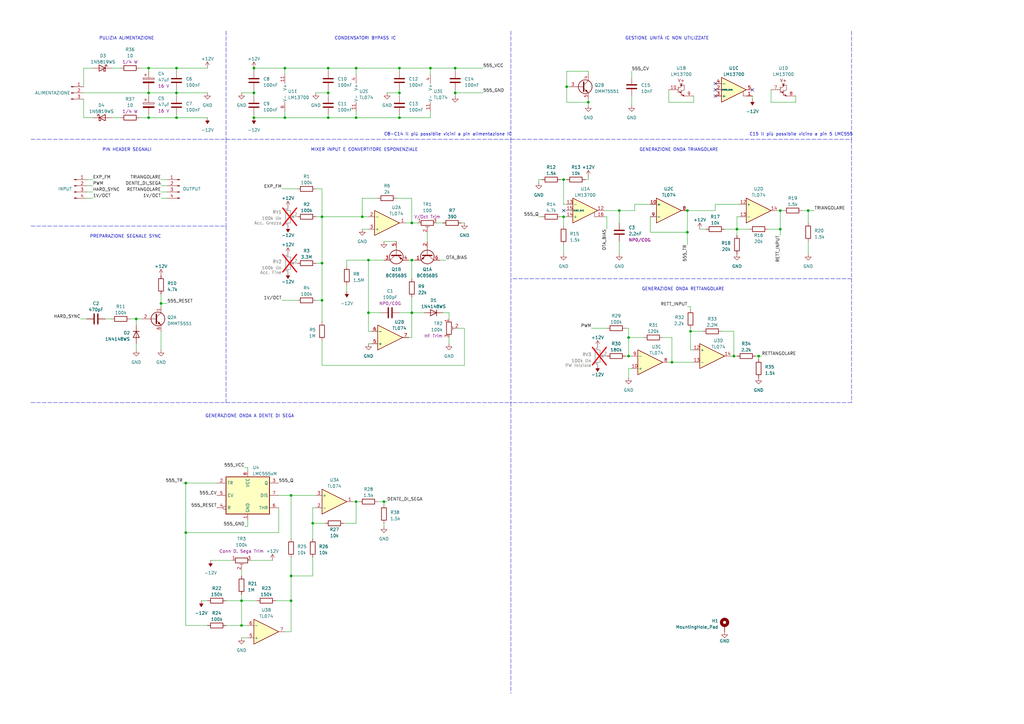
<source format=kicad_sch>
(kicad_sch (version 20230121) (generator eeschema)
  (paper "A3")
  (title_block (title "OSCILLATORE") (date "2023-03-05") (rev "2"))
  (junction (at 302.26 93.98))
  (junction (at 72.39 27.94))
  (junction (at 60.96 38.1))
  (junction (at 300.99 146.05))
  (junction (at 146.05 27.94))
  (junction (at 257.81 138.43))
  (junction (at 311.15 146.05))
  (junction (at 132.08 123.19))
  (junction (at 66.04 124.46))
  (junction (at 55.88 130.81))
  (junction (at 119.38 203.2))
  (junction (at 99.06 246.38))
  (junction (at 134.62 27.94))
  (junction (at 76.2 198.12))
  (junction (at 275.59 148.59))
  (junction (at 283.21 135.89))
  (junction (at 320.04 86.36))
  (junction (at 104.14 38.1))
  (junction (at 151.13 106.68))
  (junction (at 119.38 246.38))
  (junction (at 320.04 93.98))
  (junction (at 60.96 48.26))
  (junction (at 134.62 38.1))
  (junction (at 231.14 88.9))
  (junction (at 168.91 106.68))
  (junction (at 331.47 86.36))
  (junction (at 232.41 35.56))
  (junction (at 119.38 236.22))
  (junction (at 257.81 146.05))
  (junction (at 231.14 73.66))
  (junction (at 241.3 41.91))
  (junction (at 146.05 48.26))
  (junction (at 163.83 38.1))
  (junction (at 281.94 86.36))
  (junction (at 168.91 128.27))
  (junction (at 128.27 214.63))
  (junction (at 60.96 27.94))
  (junction (at 116.84 48.26))
  (junction (at 132.08 107.95))
  (junction (at 163.83 48.26))
  (junction (at 116.84 27.94))
  (junction (at 176.53 27.94))
  (junction (at 157.48 205.74))
  (junction (at 186.69 27.94))
  (junction (at 72.39 48.26))
  (junction (at 186.69 38.1))
  (junction (at 104.14 27.94))
  (junction (at 148.59 88.9))
  (junction (at 104.14 48.26))
  (junction (at 72.39 38.1))
  (junction (at 151.13 128.27))
  (junction (at 146.05 205.74))
  (junction (at 281.94 95.25))
  (junction (at 163.83 27.94))
  (junction (at 76.2 218.44))
  (junction (at 99.06 256.54))
  (junction (at 132.08 88.9))
  (junction (at 254 86.36))
  (junction (at 168.91 91.44))
  (junction (at 134.62 48.26))
  (no_connect (at 293.37 39.37))
  (no_connect (at 308.61 36.83))
  (no_connect (at 293.37 36.83))
  (no_connect (at 231.14 86.36))
  (no_connect (at 293.37 34.29))
  (wire (pts (xy 166.37 91.44) (xy 168.91 91.44)))
  (wire (pts (xy 99.06 246.38) (xy 99.06 256.54)))
  (wire (pts (xy 220.98 74.93) (xy 220.98 73.66)))
  (wire (pts (xy 157.48 214.63) (xy 157.48 215.9)))
  (wire (pts (xy 152.4 135.89) (xy 151.13 135.89)))
  (wire (pts (xy 119.38 203.2) (xy 119.38 220.98)))
  (wire (pts (xy 231.14 104.14) (xy 231.14 100.33)))
  (wire (pts (xy 99.06 38.1) (xy 104.14 38.1)))
  (wire (pts (xy 320.04 93.98) (xy 320.04 96.52)))
  (wire (pts (xy 76.2 218.44) (xy 114.3 218.44)))
  (wire (pts (xy 241.3 29.21) (xy 241.3 30.48)))
  (wire (pts (xy 129.54 77.47) (xy 132.08 77.47)))
  (wire (pts (xy 104.14 29.21) (xy 104.14 27.94)))
  (wire (pts (xy 45.72 48.26) (xy 49.53 48.26)))
  (wire (pts (xy 151.13 128.27) (xy 156.21 128.27)))
  (wire (pts (xy 60.96 27.94) (xy 72.39 27.94)))
  (wire (pts (xy 287.02 93.98) (xy 289.56 93.98)))
  (wire (pts (xy 241.3 41.91) (xy 241.3 40.64)))
  (wire (pts (xy 114.3 203.2) (xy 119.38 203.2)))
  (wire (pts (xy 293.37 86.36) (xy 293.37 83.82)))
  (wire (pts (xy 176.53 45.72) (xy 176.53 48.26)))
  (wire (pts (xy 190.5 149.86) (xy 132.08 149.86)))
  (wire (pts (xy 256.54 134.62) (xy 257.81 134.62)))
  (wire (pts (xy 281.94 95.25) (xy 281.94 100.33)))
  (wire (pts (xy 231.14 73.66) (xy 231.14 83.82)))
  (wire (pts (xy 257.81 151.13) (xy 257.81 154.94)))
  (wire (pts (xy 43.18 130.81) (xy 45.72 130.81)))
  (wire (pts (xy 241.3 43.18) (xy 241.3 41.91)))
  (wire (pts (xy 281.94 86.36) (xy 293.37 86.36)))
  (wire (pts (xy 232.41 41.91) (xy 232.41 35.56)))
  (wire (pts (xy 128.27 214.63) (xy 128.27 208.28)))
  (polyline (pts (xy 92.71 92.71) (xy 92.71 165.1)) (stroke (width 0) (type dash)))
  (wire (pts (xy 38.1 73.66) (xy 35.56 73.66)))
  (wire (pts (xy 132.08 107.95) (xy 132.08 123.19)))
  (wire (pts (xy 146.05 45.72) (xy 146.05 48.26)))
  (wire (pts (xy 116.84 45.72) (xy 116.84 48.26)))
  (wire (pts (xy 66.04 143.51) (xy 66.04 135.89)))
  (wire (pts (xy 266.7 95.25) (xy 266.7 88.9)))
  (wire (pts (xy 281.94 95.25) (xy 266.7 95.25)))
  (wire (pts (xy 99.06 233.68) (xy 99.06 236.22)))
  (wire (pts (xy 220.98 88.9) (xy 222.25 88.9)))
  (wire (pts (xy 326.39 39.37) (xy 326.39 41.91)))
  (wire (pts (xy 158.75 38.1) (xy 163.83 38.1)))
  (wire (pts (xy 170.18 106.68) (xy 168.91 106.68)))
  (wire (pts (xy 129.54 123.19) (xy 132.08 123.19)))
  (wire (pts (xy 116.84 27.94) (xy 134.62 27.94)))
  (wire (pts (xy 72.39 27.94) (xy 85.09 27.94)))
  (wire (pts (xy 119.38 203.2) (xy 129.54 203.2)))
  (wire (pts (xy 168.91 106.68) (xy 167.64 106.68)))
  (wire (pts (xy 283.21 134.62) (xy 283.21 135.89)))
  (polyline (pts (xy 349.25 165.1) (xy 209.55 165.1)) (stroke (width 0) (type dash)))
  (wire (pts (xy 72.39 38.1) (xy 85.09 38.1)))
  (wire (pts (xy 154.94 205.74) (xy 157.48 205.74)))
  (wire (pts (xy 60.96 36.83) (xy 60.96 38.1)))
  (wire (pts (xy 128.27 228.6) (xy 128.27 236.22)))
  (wire (pts (xy 142.24 106.68) (xy 142.24 109.22)))
  (wire (pts (xy 168.91 138.43) (xy 168.91 128.27)))
  (polyline (pts (xy 92.71 12.7) (xy 92.71 57.15)) (stroke (width 0) (type dash)))
  (wire (pts (xy 257.81 146.05) (xy 256.54 146.05)))
  (wire (pts (xy 158.75 205.74) (xy 157.48 205.74)))
  (wire (pts (xy 293.37 83.82) (xy 303.53 83.82)))
  (wire (pts (xy 274.32 41.91) (xy 274.32 36.83)))
  (wire (pts (xy 190.5 91.44) (xy 189.23 91.44)))
  (wire (pts (xy 38.1 78.74) (xy 35.56 78.74)))
  (wire (pts (xy 134.62 48.26) (xy 146.05 48.26)))
  (wire (pts (xy 115.57 123.19) (xy 121.92 123.19)))
  (wire (pts (xy 34.29 35.56) (xy 34.29 27.94)))
  (wire (pts (xy 132.08 123.19) (xy 132.08 132.08)))
  (wire (pts (xy 55.88 133.35) (xy 55.88 130.81)))
  (wire (pts (xy 163.83 36.83) (xy 163.83 38.1)))
  (wire (pts (xy 82.55 246.38) (xy 85.09 246.38)))
  (wire (pts (xy 92.71 256.54) (xy 99.06 256.54)))
  (wire (pts (xy 162.56 81.28) (xy 168.91 81.28)))
  (wire (pts (xy 232.41 35.56) (xy 233.68 35.56)))
  (wire (pts (xy 168.91 91.44) (xy 171.45 91.44)))
  (wire (pts (xy 134.62 27.94) (xy 146.05 27.94)))
  (wire (pts (xy 128.27 236.22) (xy 119.38 236.22)))
  (wire (pts (xy 68.58 73.66) (xy 66.04 73.66)))
  (wire (pts (xy 309.88 146.05) (xy 311.15 146.05)))
  (wire (pts (xy 232.41 29.21) (xy 241.3 29.21)))
  (wire (pts (xy 231.14 88.9) (xy 231.14 92.71)))
  (wire (pts (xy 311.15 146.05) (xy 312.42 146.05)))
  (wire (pts (xy 57.15 27.94) (xy 60.96 27.94)))
  (wire (pts (xy 281.94 86.36) (xy 281.94 95.25)))
  (wire (pts (xy 68.58 124.46) (xy 66.04 124.46)))
  (wire (pts (xy 275.59 148.59) (xy 284.48 148.59)))
  (polyline (pts (xy 209.55 165.1) (xy 209.55 284.48)) (stroke (width 0) (type dash)))
  (wire (pts (xy 76.2 256.54) (xy 85.09 256.54)))
  (wire (pts (xy 281.94 125.73) (xy 283.21 125.73)))
  (wire (pts (xy 328.93 86.36) (xy 331.47 86.36)))
  (wire (pts (xy 140.97 214.63) (xy 146.05 214.63)))
  (wire (pts (xy 163.83 27.94) (xy 163.83 29.21)))
  (polyline (pts (xy 92.71 57.15) (xy 92.71 92.71)) (stroke (width 0) (type dash)))
  (wire (pts (xy 34.29 40.64) (xy 34.29 48.26)))
  (wire (pts (xy 72.39 48.26) (xy 85.09 48.26)))
  (wire (pts (xy 99.06 256.54) (xy 101.6 256.54)))
  (wire (pts (xy 104.14 46.99) (xy 104.14 48.26)))
  (wire (pts (xy 186.69 38.1) (xy 186.69 39.37)))
  (wire (pts (xy 115.57 77.47) (xy 121.92 77.47)))
  (polyline (pts (xy 349.25 114.3) (xy 209.55 114.3)) (stroke (width 0) (type dash)))
  (wire (pts (xy 76.2 218.44) (xy 76.2 256.54)))
  (wire (pts (xy 101.6 213.36) (xy 101.6 215.9)))
  (wire (pts (xy 259.08 39.37) (xy 259.08 43.18)))
  (wire (pts (xy 34.29 27.94) (xy 38.1 27.94)))
  (wire (pts (xy 163.83 46.99) (xy 163.83 48.26)))
  (wire (pts (xy 168.91 81.28) (xy 168.91 91.44)))
  (wire (pts (xy 104.14 27.94) (xy 116.84 27.94)))
  (wire (pts (xy 68.58 78.74) (xy 66.04 78.74)))
  (wire (pts (xy 151.13 128.27) (xy 151.13 135.89)))
  (wire (pts (xy 163.83 38.1) (xy 163.83 39.37)))
  (wire (pts (xy 66.04 120.65) (xy 66.04 124.46)))
  (wire (pts (xy 186.69 27.94) (xy 186.69 29.21)))
  (wire (pts (xy 33.02 130.81) (xy 35.56 130.81)))
  (wire (pts (xy 114.3 218.44) (xy 114.3 208.28)))
  (wire (pts (xy 320.04 86.36) (xy 320.04 93.98)))
  (wire (pts (xy 134.62 38.1) (xy 134.62 39.37)))
  (wire (pts (xy 308.61 39.37) (xy 308.61 40.64)))
  (wire (pts (xy 146.05 205.74) (xy 147.32 205.74)))
  (wire (pts (xy 180.34 106.68) (xy 182.88 106.68)))
  (wire (pts (xy 68.58 76.2) (xy 66.04 76.2)))
  (wire (pts (xy 60.96 27.94) (xy 60.96 29.21)))
  (wire (pts (xy 74.93 198.12) (xy 76.2 198.12)))
  (wire (pts (xy 119.38 246.38) (xy 119.38 259.08)))
  (wire (pts (xy 148.59 81.28) (xy 148.59 88.9)))
  (polyline (pts (xy 209.55 57.15) (xy 209.55 165.1)) (stroke (width 0) (type dash)))
  (wire (pts (xy 241.3 72.39) (xy 241.3 73.66)))
  (wire (pts (xy 99.06 243.84) (xy 99.06 246.38)))
  (wire (pts (xy 76.2 198.12) (xy 76.2 218.44)))
  (wire (pts (xy 316.23 41.91) (xy 316.23 36.83)))
  (wire (pts (xy 231.14 83.82) (xy 232.41 83.82)))
  (wire (pts (xy 302.26 88.9) (xy 303.53 88.9)))
  (polyline (pts (xy 209.55 57.15) (xy 349.25 57.15)) (stroke (width 0) (type dash)))
  (wire (pts (xy 72.39 27.94) (xy 72.39 29.21)))
  (wire (pts (xy 284.48 39.37) (xy 284.48 41.91)))
  (wire (pts (xy 264.16 138.43) (xy 257.81 138.43)))
  (wire (pts (xy 66.04 124.46) (xy 66.04 125.73)))
  (wire (pts (xy 257.81 138.43) (xy 257.81 146.05)))
  (wire (pts (xy 184.15 138.43) (xy 184.15 140.97)))
  (wire (pts (xy 113.03 246.38) (xy 119.38 246.38)))
  (wire (pts (xy 176.53 27.94) (xy 176.53 30.48)))
  (wire (pts (xy 154.94 81.28) (xy 148.59 81.28)))
  (wire (pts (xy 231.14 86.36) (xy 232.41 86.36)))
  (wire (pts (xy 254 86.36) (xy 260.35 86.36)))
  (wire (pts (xy 259.08 151.13) (xy 257.81 151.13)))
  (wire (pts (xy 311.15 146.05) (xy 311.15 147.32)))
  (wire (pts (xy 254 91.44) (xy 254 86.36)))
  (polyline (pts (xy 92.71 57.15) (xy 209.55 57.15)) (stroke (width 0) (type dash)))
  (wire (pts (xy 119.38 228.6) (xy 119.38 236.22)))
  (polyline (pts (xy 209.55 12.7) (xy 209.55 57.15)) (stroke (width 0) (type dash)))
  (wire (pts (xy 57.15 48.26) (xy 60.96 48.26)))
  (wire (pts (xy 116.84 27.94) (xy 116.84 30.48)))
  (wire (pts (xy 142.24 116.84) (xy 142.24 119.38)))
  (wire (pts (xy 119.38 236.22) (xy 119.38 246.38)))
  (wire (pts (xy 99.06 261.62) (xy 101.6 261.62)))
  (wire (pts (xy 254 104.14) (xy 254 99.06)))
  (wire (pts (xy 146.05 27.94) (xy 146.05 30.48)))
  (wire (pts (xy 186.69 38.1) (xy 198.12 38.1)))
  (wire (pts (xy 60.96 48.26) (xy 72.39 48.26)))
  (wire (pts (xy 60.96 39.37) (xy 60.96 38.1)))
  (wire (pts (xy 190.5 134.62) (xy 190.5 149.86)))
  (wire (pts (xy 220.98 73.66) (xy 222.25 73.66)))
  (wire (pts (xy 283.21 143.51) (xy 284.48 143.51)))
  (wire (pts (xy 331.47 86.36) (xy 331.47 91.44)))
  (wire (pts (xy 105.41 246.38) (xy 99.06 246.38)))
  (wire (pts (xy 134.62 46.99) (xy 134.62 48.26)))
  (wire (pts (xy 60.96 48.26) (xy 60.96 46.99)))
  (wire (pts (xy 248.92 88.9) (xy 248.92 93.98)))
  (wire (pts (xy 100.33 215.9) (xy 101.6 215.9)))
  (polyline (pts (xy 349.25 12.7) (xy 349.25 57.15)) (stroke (width 0) (type dash)))
  (wire (pts (xy 260.35 86.36) (xy 260.35 83.82)))
  (polyline (pts (xy 349.25 114.3) (xy 349.25 165.1)) (stroke (width 0) (type dash)))
  (wire (pts (xy 331.47 104.14) (xy 331.47 99.06)))
  (wire (pts (xy 168.91 138.43) (xy 167.64 138.43)))
  (wire (pts (xy 163.83 48.26) (xy 176.53 48.26)))
  (wire (pts (xy 129.54 38.1) (xy 134.62 38.1)))
  (wire (pts (xy 119.38 259.08) (xy 116.84 259.08)))
  (wire (pts (xy 297.18 93.98) (xy 302.26 93.98)))
  (wire (pts (xy 302.26 88.9) (xy 302.26 93.98)))
  (wire (pts (xy 302.26 93.98) (xy 302.26 96.52)))
  (wire (pts (xy 181.61 128.27) (xy 184.15 128.27)))
  (wire (pts (xy 247.65 86.36) (xy 254 86.36)))
  (polyline (pts (xy 12.7 57.15) (xy 92.71 57.15)) (stroke (width 0) (type dash)))
  (polyline (pts (xy 92.71 165.1) (xy 209.55 165.1)) (stroke (width 0) (type dash)))
  (wire (pts (xy 104.14 38.1) (xy 104.14 39.37)))
  (wire (pts (xy 163.83 27.94) (xy 176.53 27.94)))
  (wire (pts (xy 55.88 130.81) (xy 58.42 130.81)))
  (wire (pts (xy 34.29 48.26) (xy 38.1 48.26)))
  (wire (pts (xy 128.27 208.28) (xy 129.54 208.28)))
  (wire (pts (xy 247.65 88.9) (xy 248.92 88.9)))
  (wire (pts (xy 45.72 27.94) (xy 49.53 27.94)))
  (wire (pts (xy 53.34 130.81) (xy 55.88 130.81)))
  (wire (pts (xy 184.15 128.27) (xy 184.15 130.81)))
  (wire (pts (xy 132.08 88.9) (xy 148.59 88.9)))
  (wire (pts (xy 320.04 86.36) (xy 318.77 86.36)))
  (wire (pts (xy 186.69 36.83) (xy 186.69 38.1)))
  (wire (pts (xy 176.53 27.94) (xy 186.69 27.94)))
  (wire (pts (xy 232.41 35.56) (xy 232.41 29.21)))
  (wire (pts (xy 157.48 99.06) (xy 162.56 99.06)))
  (polyline (pts (xy 12.7 165.1) (xy 92.71 165.1)) (stroke (width 0) (type dash)))
  (wire (pts (xy 300.99 146.05) (xy 302.26 146.05)))
  (wire (pts (xy 326.39 41.91) (xy 316.23 41.91)))
  (wire (pts (xy 129.54 107.95) (xy 132.08 107.95)))
  (wire (pts (xy 148.59 93.98) (xy 151.13 93.98)))
  (wire (pts (xy 181.61 91.44) (xy 179.07 91.44)))
  (wire (pts (xy 134.62 36.83) (xy 134.62 38.1)))
  (wire (pts (xy 331.47 86.36) (xy 334.01 86.36)))
  (wire (pts (xy 102.87 229.87) (xy 111.76 229.87)))
  (wire (pts (xy 34.29 38.1) (xy 60.96 38.1)))
  (wire (pts (xy 260.35 83.82) (xy 266.7 83.82)))
  (wire (pts (xy 134.62 27.94) (xy 134.62 29.21)))
  (wire (pts (xy 86.36 229.87) (xy 95.25 229.87)))
  (wire (pts (xy 186.69 27.94) (xy 198.12 27.94)))
  (wire (pts (xy 257.81 134.62) (xy 257.81 138.43)))
  (wire (pts (xy 92.71 246.38) (xy 99.06 246.38)))
  (wire (pts (xy 100.33 191.77) (xy 101.6 191.77)))
  (wire (pts (xy 300.99 135.89) (xy 295.91 135.89)))
  (wire (pts (xy 151.13 140.97) (xy 152.4 140.97)))
  (wire (pts (xy 128.27 220.98) (xy 128.27 214.63)))
  (wire (pts (xy 175.26 95.25) (xy 175.26 99.06)))
  (wire (pts (xy 151.13 106.68) (xy 157.48 106.68)))
  (wire (pts (xy 142.24 106.68) (xy 151.13 106.68)))
  (wire (pts (xy 148.59 88.9) (xy 151.13 88.9)))
  (wire (pts (xy 274.32 148.59) (xy 275.59 148.59)))
  (wire (pts (xy 55.88 143.51) (xy 55.88 140.97)))
  (wire (pts (xy 299.72 146.05) (xy 300.99 146.05)))
  (wire (pts (xy 38.1 81.28) (xy 35.56 81.28)))
  (wire (pts (xy 146.05 27.94) (xy 163.83 27.94)))
  (wire (pts (xy 132.08 107.95) (xy 132.08 88.9)))
  (wire (pts (xy 283.21 135.89) (xy 283.21 143.51)))
  (wire (pts (xy 132.08 149.86) (xy 132.08 139.7)))
  (wire (pts (xy 229.87 73.66) (xy 231.14 73.66)))
  (wire (pts (xy 320.04 93.98) (xy 314.96 93.98)))
  (wire (pts (xy 168.91 128.27) (xy 173.99 128.27)))
  (wire (pts (xy 275.59 138.43) (xy 271.78 138.43)))
  (wire (pts (xy 72.39 48.26) (xy 72.39 46.99)))
  (wire (pts (xy 241.3 41.91) (xy 232.41 41.91)))
  (wire (pts (xy 283.21 127) (xy 283.21 125.73)))
  (wire (pts (xy 168.91 121.92) (xy 168.91 128.27)))
  (wire (pts (xy 257.81 146.05) (xy 259.08 146.05)))
  (wire (pts (xy 284.48 41.91) (xy 274.32 41.91)))
  (wire (pts (xy 146.05 214.63) (xy 146.05 205.74)))
  (wire (pts (xy 240.03 73.66) (xy 241.3 73.66)))
  (wire (pts (xy 300.99 146.05) (xy 300.99 135.89)))
  (wire (pts (xy 128.27 214.63) (xy 133.35 214.63)))
  (wire (pts (xy 231.14 88.9) (xy 232.41 88.9)))
  (wire (pts (xy 72.39 36.83) (xy 72.39 38.1)))
  (wire (pts (xy 146.05 205.74) (xy 144.78 205.74)))
  (wire (pts (xy 116.84 48.26) (xy 134.62 48.26)))
  (wire (pts (xy 187.96 134.62) (xy 190.5 134.62)))
  (wire (pts (xy 275.59 148.59) (xy 275.59 138.43)))
  (wire (pts (xy 302.26 93.98) (xy 307.34 93.98)))
  (polyline (pts (xy 12.7 92.71) (xy 92.71 92.71)) (stroke (width 0) (type dash)))
  (wire (pts (xy 72.39 39.37) (xy 72.39 38.1)))
  (wire (pts (xy 242.57 134.62) (xy 248.92 134.62)))
  (wire (pts (xy 321.31 86.36) (xy 320.04 86.36)))
  (wire (pts (xy 68.58 81.28) (xy 66.04 81.28)))
  (wire (pts (xy 132.08 77.47) (xy 132.08 88.9)))
  (wire (pts (xy 259.08 29.21) (xy 259.08 31.75)))
  (wire (pts (xy 104.14 36.83) (xy 104.14 38.1)))
  (wire (pts (xy 157.48 205.74) (xy 157.48 207.01)))
  (wire (pts (xy 72.39 38.1) (xy 60.96 38.1)))
  (wire (pts (xy 231.14 73.66) (xy 232.41 73.66)))
  (wire (pts (xy 163.83 128.27) (xy 168.91 128.27)))
  (wire (pts (xy 76.2 198.12) (xy 88.9 198.12)))
  (wire (pts (xy 168.91 114.3) (xy 168.91 106.68)))
  (polyline (pts (xy 349.25 57.15) (xy 349.25 114.3)) (stroke (width 0) (type dash)))
  (wire (pts (xy 104.14 48.26) (xy 116.84 48.26)))
  (wire (pts (xy 146.05 48.26) (xy 163.83 48.26)))
  (wire (pts (xy 129.54 88.9) (xy 132.08 88.9)))
  (wire (pts (xy 38.1 76.2) (xy 35.56 76.2)))
  (wire (pts (xy 101.6 191.77) (xy 101.6 193.04)))
  (wire (pts (xy 151.13 106.68) (xy 151.13 128.27)))
  (wire (pts (xy 288.29 135.89) (xy 283.21 135.89)))
  (wire (pts (xy 229.87 88.9) (xy 231.14 88.9)))
  (text "PULIZIA ALIMENTAZIONE\n" (at 40.64 16.51 0) (effects (font (size 1.27 1.27)) (justify left bottom)))
  (text "GENERAZIONE ONDA RETTANGOLARE" (at 297.18 119.38 0) (effects (font (size 1.27 1.27)) (justify right bottom)))
  (text "C15 il più possibile vicino a pin 5 LMC555" (at 307.34 55.88 0) (effects (font (size 1.27 1.27)) (justify left bottom)))
  (text "GENERAZIONE ONDA TRIANGOLARE" (at 294.64 62.23 0) (effects (font (size 1.27 1.27)) (justify right bottom)))
  (text "C8-C14 il più possibile vicini a pin alimentazione IC" (at 157.48 55.88 0) (effects (font (size 1.27 1.27)) (justify left bottom)))
  (text "MIXER INPUT E CONVERTITORE ESPONENZIALE" (at 171.45 62.23 0) (effects (font (size 1.27 1.27)) (justify right bottom)))
  (text "CONDENSATORI BYPASS IC" (at 137.16 16.51 0) (effects (font (size 1.27 1.27)) (justify left bottom)))
  (text "PIN HEADER SEGNALI" (at 41.91 62.23 0) (effects (font (size 1.27 1.27)) (justify left bottom)))
  (text "PREPARAZIONE SEGNALE SYNC" (at 36.83 97.79 0) (effects (font (size 1.27 1.27)) (justify left bottom)))
  (text "GENERAZIONE ONDA A DENTE DI SEGA" (at 120.65 171.45 0) (effects (font (size 1.27 1.27)) (justify right bottom)))
  (text "GESTIONE UNITÀ IC NON UTILIZZATE" (at 290.83 16.51 0) (effects (font (size 1.27 1.27)) (justify right bottom)))
  (label "555_GND" (at 198.12 38.1 0))
  (label "PWM" (at 38.1 76.2 0))
  (label "RETTANGOLARE" (at 66.04 78.74 180))
  (label "EXP_FM" (at 115.57 77.47 180))
  (label "555_TR" (at 281.94 100.33 270))
  (label "RETT_INPUT" (at 281.94 125.73 180))
  (label "555_Q" (at 114.3 198.12 0))
  (label "RETTANGOLARE" (at 312.42 146.05 0))
  (label "555_Q" (at 220.98 88.9 180))
  (label "PWM" (at 242.57 134.62 180))
  (label "1V{slash}OCT" (at 66.04 81.28 180))
  (label "DENTE_DI_SEGA" (at 158.75 205.74 0))
  (label "DENTE_DI_SEGA" (at 66.04 76.2 180))
  (label "555_TR" (at 74.93 198.12 180))
  (label "TRIANGOLARE" (at 334.01 86.36 0))
  (label "555_RESET" (at 68.58 124.46 0))
  (label "555_GND" (at 100.33 215.9 180))
  (label "555_CV" (at 88.9 203.2 180))
  (label "OTA_BIAS" (at 248.92 93.98 270))
  (label "555_VCC" (at 198.12 27.94 0))
  (label "555_VCC" (at 100.33 191.77 180))
  (label "HARD_SYNC" (at 38.1 78.74 0))
  (label "1V{slash}OCT" (at 115.57 123.19 180))
  (label "555_CV" (at 259.08 29.21 0))
  (label "555_RESET" (at 88.9 208.28 180))
  (label "TRIANGOLARE" (at 66.04 73.66 180))
  (label "HARD_SYNC" (at 33.02 130.81 180))
  (label "RETT_INPUT" (at 320.04 96.52 270))
  (label "EXP_FM" (at 38.1 73.66 0))
  (label "OTA_BIAS" (at 182.88 106.68 0))
  (label "1V{slash}OCT" (at 38.1 81.28 0))
  (symbol (lib_id "Amplifier_Operational:TL074") (at 158.75 91.44 0) (mirror x) (unit 1)
    (property "Reference" "U2" (at 162.56 85.09 0))
    (property "Value" "TL074" (at 162.56 87.63 0))
    (property "Footprint" "Package_SO:SOIC-14_3.9x8.7mm_P1.27mm" (effects hide))
    (property "Datasheet" "TL074CDT" (effects hide))
  )
  (symbol (lib_id "Device:C") (at 72.39 33.02 0) (unit 1)
    (property "Reference" "C6" (at 76.2 32.385 0) (effects (justify left)))
    (property "Value" "100nF" (at 76.2 34.925 0) (effects (justify left)))
    (property "Footprint" "Capacitor_SMD:C_0402_1005Metric" (effects hide))
    (property "Datasheet" "CL05B104KO5NNNC" (effects hide))
  )
  (symbol (lib_id "Amplifier_Operational:TL074") (at 274.32 86.36 0) (unit 3)
    (property "Reference" "U2" (at 274.32 77.47 0))
    (property "Value" "TL074" (at 274.32 80.01 0))
    (property "Footprint" "Package_SO:SOIC-14_3.9x8.7mm_P1.27mm" (effects hide))
    (property "Datasheet" "TL074CDT" (effects hide))
  )
  (symbol (lib_id "Amplifier_Operational:TL074") (at 311.15 86.36 0) (unit 4)
    (property "Reference" "U2" (at 311.15 77.47 0))
    (property "Value" "TL074" (at 311.15 80.01 0))
    (property "Footprint" "Package_SO:SOIC-14_3.9x8.7mm_P1.27mm" (effects hide))
    (property "Datasheet" "TL074CDT" (effects hide))
  )
  (symbol (lib_id "Device:R_Potentiometer") (at 118.11 107.95 0) (unit 1) (dnp yes)
    (property "Reference" "RV2" (at 115.57 107.315 0) (effects (justify right)))
    (property "Value" "100k lin" (at 115.57 109.855 0) (effects (justify right)))
    (property "Footprint" "Connector_PinHeader_2.54mm:PinHeader_1x03_P2.54mm_Vertical" (effects hide))
    (property "Control" "Acc. Fine" (at 115.57 111.76 0) (effects (justify right)))
  )
  (symbol (lib_id "Device:R_Potentiometer_Trim") (at 175.26 91.44 90) (mirror x) (unit 1)
    (property "Reference" "TR1" (at 175.26 83.82 90))
    (property "Value" "100" (at 175.26 86.36 90))
    (property "Footprint" "Potentiometer_SMD:Potentiometer_Bourns_TC33X_Vertical" (effects hide))
    (property "Datasheet" "VG039NCHXTB101" (effects hide))
    (property "Control" "V/Oct Trim" (at 175.26 88.9 90))
  )
  (symbol (lib_id "power:GND") (at 157.48 99.06 0) (unit 1)
    (property "Reference" "#PWR016" (effects hide))
    (property "Value" "GND" (effects hide))
  )
  (symbol (lib_id "Device:R") (at 267.97 138.43 90) (unit 1)
    (property "Reference" "R31" (at 267.97 133.35 90))
    (property "Value" "120k" (at 267.97 135.89 90))
    (property "Footprint" "Resistor_SMD:R_0402_1005Metric" (effects hide))
    (property "Datasheet" "0402WGF1203TCE" (effects hide))
  )
  (symbol (lib_id "Device:R") (at 293.37 93.98 270) (unit 1)
    (property "Reference" "R17" (at 293.37 88.9 90))
    (property "Value" "10k" (at 293.37 91.44 90))
    (property "Footprint" "Resistor_SMD:R_0402_1005Metric" (effects hide))
    (property "Datasheet" "RC0402FR-0710KL " (effects hide))
  )
  (symbol (lib_id "Device:R") (at 151.13 205.74 90) (unit 1)
    (property "Reference" "R28" (at 151.13 200.66 90))
    (property "Value" "1.5k" (at 151.13 203.2 90))
    (property "Footprint" "Resistor_SMD:R_0402_1005Metric" (effects hide))
    (property "Datasheet" "RC0402FR-071K5L" (effects hide))
  )
  (symbol (lib_id "Device:R") (at 252.73 134.62 90) (unit 1)
    (property "Reference" "R29" (at 252.73 129.54 90))
    (property "Value" "100k" (at 252.73 132.08 90))
    (property "Footprint" "Resistor_SMD:R_0402_1005Metric" (effects hide))
    (property "Datasheet" "0402WGF1003TCE" (effects hide))
  )
  (symbol (lib_id "Device:C") (at 134.62 33.02 0) (unit 1)
    (property "Reference" "C10" (at 138.43 32.385 0) (effects (justify left)))
    (property "Value" "100nF" (at 138.43 34.925 0) (effects (justify left)))
    (property "Footprint" "Capacitor_SMD:C_0402_1005Metric" (effects hide))
    (property "Datasheet" "CL05B104KO5NNNC" (effects hide))
  )
  (symbol (lib_id "Device:R") (at 158.75 81.28 270) (unit 1)
    (property "Reference" "R6" (at 158.75 76.2 90))
    (property "Value" "2k" (at 158.75 78.74 90))
    (property "Footprint" "Resistor_SMD:R_0402_1005Metric" (effects hide))
    (property "Datasheet" "0402WGF2001TCE" (effects hide))
  )
  (symbol (lib_id "power:+12V") (at 104.14 27.94 0) (unit 1)
    (property "Reference" "#PWR05" (effects hide))
    (property "Value" "+12V" (at 104.14 24.13 0))
  )
  (symbol (lib_id "Device:R") (at 119.38 224.79 0) (unit 1)
    (property "Reference" "R25" (at 121.92 224.155 0) (effects (justify left)))
    (property "Value" "10k" (at 121.92 226.695 0) (effects (justify left)))
    (property "Footprint" "Resistor_SMD:R_0402_1005Metric" (effects hide))
    (property "Datasheet" "RC0402FR-0710KL " (effects hide))
  )
  (symbol (lib_id "power:GND") (at 257.81 154.94 0) (unit 1)
    (property "Reference" "#PWR039" (effects hide))
    (property "Value" "GND" (at 257.81 160.02 0))
  )
  (symbol (lib_id "Device:C") (at 104.14 33.02 0) (unit 1)
    (property "Reference" "C8" (at 107.95 32.385 0) (effects (justify left)))
    (property "Value" "100nF" (at 107.95 34.925 0) (effects (justify left)))
    (property "Footprint" "Capacitor_SMD:C_0402_1005Metric" (effects hide))
    (property "Datasheet" "CL05B104KO5NNNC" (effects hide))
  )
  (symbol (lib_id "power:+12V") (at 118.11 85.09 0) (unit 1)
    (property "Reference" "#PWR010" (effects hide))
    (property "Value" "+12V" (at 118.11 81.28 0))
  )
  (symbol (lib_id "Device:R") (at 142.24 113.03 180) (unit 1)
    (property "Reference" "R8" (at 144.78 112.395 0) (effects (justify right)))
    (property "Value" "1.5M" (at 144.78 114.935 0) (effects (justify right)))
    (property "Footprint" "Resistor_SMD:R_0402_1005Metric" (effects hide))
    (property "Datasheet" "0402WGF1504TCE" (effects hide))
  )
  (symbol (lib_id "Transistor_BJT:DMMT5551") (at 238.76 35.56 0) (unit 2)
    (property "Reference" "Q2" (at 243.84 34.925 0) (effects (justify left)))
    (property "Value" "DMMT5551" (at 243.84 37.465 0) (effects (justify left)))
    (property "Footprint" "Package_TO_SOT_SMD:SOT-23-6" (effects hide))
    (property "Datasheet" "https://datasheet.lcsc.com/lcsc/1912111437_Diodes-Incorporated-DMMT5551-7-F_C445514.pdf" (effects hide))
  )
  (symbol (lib_id "power:GND") (at 220.98 74.93 0) (unit 1)
    (property "Reference" "#PWR025" (effects hide))
    (property "Value" "GND" (at 220.98 80.01 0))
  )
  (symbol (lib_id "Device:C") (at 254 95.25 0) (unit 1)
    (property "Reference" "C3" (at 257.81 93.345 0) (effects (justify left)))
    (property "Value" "2.2nF" (at 257.81 95.885 0) (effects (justify left)))
    (property "Footprint" "Capacitor_SMD:C_0805_2012Metric" (effects hide))
    (property "Datasheet" "CL21C222JBFNNNE" (effects hide))
    (property "Dielectric" "NP0/C0G" (at 257.81 98.425 0) (effects (justify left)))
  )
  (symbol (lib_id "Device:R") (at 125.73 107.95 270) (unit 1)
    (property "Reference" "R3" (at 125.73 102.87 90))
    (property "Value" "3.3M" (at 125.73 105.41 90))
    (property "Footprint" "Resistor_SMD:R_0402_1005Metric" (effects hide))
    (property "Datasheet" "CQ02WGF3304TCE" (effects hide))
  )
  (symbol (lib_id "Amplifier_Operational:LM13700") (at 119.38 38.1 0) (unit 5)
    (property "Reference" "U1" (at 118.11 37.465 0) (effects (justify left)))
    (property "Value" "LM13700" (at 118.11 40.005 0) (effects (justify left)))
    (property "Footprint" "Package_SO:SOIC-16_3.9x9.9mm_P1.27mm" (effects hide))
    (property "Datasheet" "LM13700MX/NOPB" (effects hide))
  )
  (symbol (lib_id "power:+12V") (at 287.02 93.98 0) (unit 1)
    (property "Reference" "#PWR029" (effects hide))
    (property "Value" "+12V" (at 287.02 90.17 0))
  )
  (symbol (lib_id "power:GND") (at 331.47 104.14 0) (unit 1)
    (property "Reference" "#PWR031" (effects hide))
    (property "Value" "GND" (at 331.47 109.22 0))
  )
  (symbol (lib_id "Device:C") (at 104.14 43.18 0) (unit 1)
    (property "Reference" "C9" (at 107.95 42.545 0) (effects (justify left)))
    (property "Value" "100nF" (at 107.95 45.085 0) (effects (justify left)))
    (property "Footprint" "Capacitor_SMD:C_0402_1005Metric" (effects hide))
    (property "Datasheet" "CL05B104KO5NNNC" (effects hide))
  )
  (symbol (lib_id "Device:R") (at 125.73 88.9 270) (unit 1)
    (property "Reference" "R2" (at 125.73 83.82 90))
    (property "Value" "100k" (at 125.73 86.36 90))
    (property "Footprint" "Resistor_SMD:R_0402_1005Metric" (effects hide))
    (property "Datasheet" "0402WGF1003TCE" (effects hide))
  )
  (symbol (lib_id "Device:R") (at 109.22 246.38 90) (unit 1)
    (property "Reference" "R23" (at 109.22 241.3 90))
    (property "Value" "150k" (at 109.22 243.84 90))
    (property "Footprint" "Resistor_SMD:R_0402_1005Metric" (effects hide))
    (property "Datasheet" "0402WGF1503TCE " (effects hide))
  )
  (symbol (lib_id "power:GND") (at 151.13 140.97 0) (unit 1)
    (property "Reference" "#PWR018" (effects hide))
    (property "Value" "GND" (at 151.13 146.05 0))
  )
  (symbol (lib_id "Device:R") (at 88.9 256.54 90) (unit 1)
    (property "Reference" "R24" (at 88.9 251.46 90))
    (property "Value" "100k" (at 88.9 254 90))
    (property "Footprint" "Resistor_SMD:R_0402_1005Metric" (effects hide))
    (property "Datasheet" "0402WGF1003TCE" (effects hide))
  )
  (symbol (lib_id "power:GND") (at 311.15 154.94 0) (unit 1)
    (property "Reference" "#PWR040" (effects hide))
    (property "Value" "GND" (at 311.15 160.02 0))
  )
  (symbol (lib_id "power:-12V") (at 308.61 40.64 180) (unit 1)
    (property "Reference" "#PWR032" (effects hide))
    (property "Value" "-12V" (at 308.61 45.72 0))
  )
  (symbol (lib_id "power:+12V") (at 245.11 142.24 0) (unit 1)
    (property "Reference" "#PWR037" (effects hide))
    (property "Value" "+12V" (at 245.11 138.43 0))
  )
  (symbol (lib_id "Device:R") (at 66.04 116.84 0) (unit 1)
    (property "Reference" "R10" (at 68.58 116.205 0) (effects (justify left)))
    (property "Value" "4.7k" (at 68.58 118.745 0) (effects (justify left)))
    (property "Footprint" "Resistor_SMD:R_0402_1005Metric" (effects hide))
    (property "Datasheet" "0402WGF4701TCE" (effects hide))
  )
  (symbol (lib_id "Amplifier_Operational:TL074") (at 266.7 148.59 0) (mirror x) (unit 3)
    (property "Reference" "U3" (at 269.24 142.24 0))
    (property "Value" "TL074" (at 269.24 144.78 0))
    (property "Footprint" "Package_SO:SOIC-14_3.9x8.7mm_P1.27mm" (effects hide))
    (property "Datasheet" "TL074CDT" (effects hide))
  )
  (symbol (lib_id "power:-12V") (at 104.14 48.26 180) (unit 1)
    (property "Reference" "#PWR06" (effects hide))
    (property "Value" "-12V" (at 104.14 53.34 0))
  )
  (symbol (lib_id "Device:R") (at 236.22 73.66 90) (unit 1)
    (property "Reference" "R13" (at 236.22 68.58 90))
    (property "Value" "10k" (at 236.22 71.12 90))
    (property "Footprint" "Resistor_SMD:R_0402_1005Metric" (effects hide))
    (property "Datasheet" "RC0402FR-0710KL " (effects hide))
  )
  (symbol (lib_id "Mechanical:MountingHole_Pad") (at 297.18 256.54 0) (mirror y) (unit 1)
    (property "Reference" "H1" (at 294.64 254.635 0) (effects (justify left)))
    (property "Value" "MountingHole_Pad" (at 294.64 257.175 0) (effects (justify left)))
  )
  (symbol (lib_id "Device:R") (at 185.42 91.44 90) (mirror x) (unit 1)
    (property "Reference" "R7" (at 185.42 86.36 90))
    (property "Value" "390" (at 185.42 88.9 90))
    (property "Footprint" "Resistor_SMD:R_0402_1005Metric" (effects hide))
    (property "Datasheet" "RC0402FR-07390RL " (effects hide))
  )
  (symbol (lib_id "power:GND") (at 158.75 38.1 0) (unit 1)
    (property "Reference" "#PWR08" (effects hide))
    (property "Value" "GND" (at 158.75 43.18 0))
  )
  (symbol (lib_id "power:GND") (at 259.08 43.18 0) (unit 1)
    (property "Reference" "#PWR024" (effects hide))
    (property "Value" "GND" (at 259.08 48.26 0))
  )
  (symbol (lib_id "Connector:Conn_01x04_Pin") (at 30.48 76.2 0) (unit 1)
    (property "Reference" "J2" (effects hide))
    (property "Value" "INPUT" (at 26.67 77.47 0))
    (property "Footprint" "Connector_PinHeader_2.54mm:PinHeader_1x04_P2.54mm_Vertical" (effects hide))
  )
  (symbol (lib_id "Device:R") (at 311.15 93.98 90) (unit 1)
    (property "Reference" "R16" (at 311.15 96.52 90))
    (property "Value" "20k" (at 311.15 99.06 90))
    (property "Footprint" "Resistor_SMD:R_0402_1005Metric" (effects hide))
    (property "Datasheet" "0402WGF2002TCE " (effects hide))
  )
  (symbol (lib_id "Device:R") (at 157.48 210.82 0) (unit 1)
    (property "Reference" "R38" (at 160.02 210.185 0) (effects (justify left)))
    (property "Value" "1.5k" (at 160.02 212.725 0) (effects (justify left)))
    (property "Footprint" "Resistor_SMD:R_0402_1005Metric" (effects hide))
    (property "Datasheet" "RC0402FR-071K5L" (effects hide))
  )
  (symbol (lib_id "Device:C") (at 39.37 130.81 90) (unit 1)
    (property "Reference" "C2" (at 39.37 124.46 90))
    (property "Value" "470pF" (at 39.37 127 90))
    (property "Footprint" "Capacitor_SMD:C_0402_1005Metric" (effects hide))
    (property "Datasheet" "0402B471K500NT" (effects hide))
  )
  (symbol (lib_id "Amplifier_Operational:LM13700") (at 300.99 36.83 0) (unit 3)
    (property "Reference" "U1" (at 300.99 27.94 0))
    (property "Value" "LM13700" (at 300.99 30.48 0))
    (property "Footprint" "Package_SO:SOIC-16_3.9x9.9mm_P1.27mm" (effects hide))
    (property "Datasheet" "LM13700MX/NOPB" (effects hide))
  )
  (symbol (lib_id "power:+12V") (at 85.09 27.94 0) (unit 1)
    (property "Reference" "#PWR01" (effects hide))
    (property "Value" "+12V" (at 85.09 24.13 0))
  )
  (symbol (lib_id "Transistor_BJT:BCM856BS") (at 162.56 104.14 90) (mirror x) (unit 2)
    (property "Reference" "Q1" (at 162.56 110.49 90))
    (property "Value" "BC856BS" (at 162.56 113.03 90))
    (property "Footprint" "Package_TO_SOT_SMD:SOT-363_SC-70-6" (effects hide))
    (property "Datasheet" "https://assets.nexperia.com/documents/data-sheet/BC856BS.pdf" (effects hide))
  )
  (symbol (lib_id "Device:R") (at 88.9 246.38 90) (unit 1)
    (property "Reference" "R22" (at 88.9 241.3 90))
    (property "Value" "150k" (at 88.9 243.84 90))
    (property "Footprint" "Resistor_SMD:R_0402_1005Metric" (effects hide))
    (property "Datasheet" "0402WGF1503TCE " (effects hide))
  )
  (symbol (lib_id "power:GND") (at 148.59 93.98 0) (unit 1)
    (property "Reference" "#PWR014" (effects hide))
    (property "Value" "GND" (at 148.59 99.06 0))
  )
  (symbol (lib_id "Amplifier_Operational:TL074") (at 179.07 38.1 0) (unit 5)
    (property "Reference" "U3" (at 177.8 37.465 0) (effects (justify left)))
    (property "Value" "TL074" (at 177.8 40.005 0) (effects (justify left)))
    (property "Footprint" "Package_SO:SOIC-14_3.9x8.7mm_P1.27mm" (effects hide))
    (property "Datasheet" "TL074CDT" (effects hide))
  )
  (symbol (lib_id "Diode:1N4148WS") (at 55.88 137.16 270) (unit 1)
    (property "Reference" "D2" (at 53.34 136.525 90) (effects (justify right)))
    (property "Value" "1N4148WS" (at 53.34 139.065 90) (effects (justify right)))
    (property "Footprint" "Diode_SMD:D_SOD-323" (effects hide))
    (property "Datasheet" "https://www.vishay.com/docs/85751/1n4148ws.pdf" (effects hide))
    (property "Sim.Device" "D" (effects hide))
    (property "Sim.Pins" "1=K 2=A" (effects hide))
  )
  (symbol (lib_id "power:-12V") (at 82.55 246.38 180) (unit 1)
    (property "Reference" "#PWR035" (effects hide))
    (property "Value" "-12V" (at 82.55 251.46 0))
  )
  (symbol (lib_id "Device:R") (at 132.08 135.89 0) (mirror x) (unit 1)
    (property "Reference" "R5" (at 129.54 135.255 0) (effects (justify right)))
    (property "Value" "1M" (at 129.54 137.795 0) (effects (justify right)))
    (property "Footprint" "Resistor_SMD:R_0402_1005Metric" (effects hide))
    (property "Datasheet" "0402WGF1004TCE" (effects hide))
  )
  (symbol (lib_id "Amplifier_Operational:LM13700") (at 240.03 86.36 0) (unit 1)
    (property "Reference" "U1" (at 240.03 77.47 0))
    (property "Value" "LM13700" (at 240.03 80.01 0))
    (property "Footprint" "Package_SO:SOIC-16_3.9x9.9mm_P1.27mm" (effects hide))
    (property "Datasheet" "LM13700MX/NOPB" (effects hide))
  )
  (symbol (lib_id "Device:R_Potentiometer") (at 118.11 88.9 0) (unit 1) (dnp yes)
    (property "Reference" "RV1" (at 115.57 86.995 0) (effects (justify right)))
    (property "Value" "100k lin" (at 115.57 89.535 0) (effects (justify right)))
    (property "Footprint" "Connector_PinHeader_2.54mm:PinHeader_1x03_P2.54mm_Vertical" (effects hide))
    (property "Control" "Acc. Grezza" (at 115.57 91.44 0) (effects (justify right)))
  )
  (symbol (lib_id "Transistor_BJT:BCM856BS") (at 175.26 104.14 270) (unit 1)
    (property "Reference" "Q1" (at 175.26 110.49 90))
    (property "Value" "BC856BS" (at 175.26 113.03 90))
    (property "Footprint" "Package_TO_SOT_SMD:SOT-363_SC-70-6" (effects hide))
    (property "Datasheet" "https://assets.nexperia.com/documents/data-sheet/BC856BS.pdf" (effects hide))
  )
  (symbol (lib_id "Device:R") (at 125.73 123.19 270) (unit 1)
    (property "Reference" "R4" (at 125.73 118.11 90))
    (property "Value" "100k" (at 125.73 120.65 90))
    (property "Footprint" "Resistor_SMD:R_0402_1005Metric" (effects hide))
    (property "Datasheet" "0402WGF1003TCE" (effects hide))
  )
  (symbol (lib_id "Amplifier_Operational:TL074") (at 109.22 259.08 0) (mirror x) (unit 2)
    (property "Reference" "U3" (at 109.22 250.19 0))
    (property "Value" "TL074" (at 109.22 252.73 0))
    (property "Footprint" "Package_SO:SOIC-14_3.9x8.7mm_P1.27mm" (effects hide))
    (property "Datasheet" "TL074CDT" (effects hide))
  )
  (symbol (lib_id "power:GND") (at 99.06 261.62 0) (unit 1)
    (property "Reference" "#PWR036" (effects hide))
    (property "Value" "GND" (at 99.06 266.7 0))
  )
  (symbol (lib_id "power:GND") (at 190.5 91.44 0) (mirror y) (unit 1)
    (property "Reference" "#PWR015" (effects hide))
    (property "Value" "GND" (at 190.5 96.52 0))
  )
  (symbol (lib_id "Device:C") (at 186.69 33.02 0) (unit 1)
    (property "Reference" "C14" (at 190.5 32.385 0) (effects (justify left)))
    (property "Value" "100nF" (at 190.5 34.925 0) (effects (justify left)))
    (property "Footprint" "Capacitor_SMD:C_0402_1005Metric" (effects hide))
    (property "Datasheet" "CL05B104KO5NNNC" (effects hide))
  )
  (symbol (lib_id "Device:R") (at 226.06 88.9 90) (unit 1)
    (property "Reference" "R14" (at 226.06 83.82 90))
    (property "Value" "4.7k" (at 226.06 86.36 90))
    (property "Footprint" "Resistor_SMD:R_0402_1005Metric" (effects hide))
    (property "Datasheet" "0402WGF4701TCE" (effects hide))
  )
  (symbol (lib_id "power:-12V") (at 118.11 92.71 180) (unit 1)
    (property "Reference" "#PWR012" (effects hide))
    (property "Value" "-12V" (at 118.11 96.52 0))
  )
  (symbol (lib_id "power:GND") (at 66.04 143.51 0) (unit 1)
    (property "Reference" "#PWR022" (effects hide))
    (property "Value" "GND" (at 66.04 148.59 0))
  )
  (symbol (lib_id "Device:C_Polarized") (at 60.96 43.18 0) (unit 1)
    (property "Reference" "C5" (at 64.77 40.386 0) (effects (justify left)))
    (property "Value" "47uF" (at 64.77 42.926 0) (effects (justify left)))
    (property "Footprint" "Capacitor_Tantalum_SMD:CP_EIA-3528-12_Kemet-T" (effects hide))
    (property "Datasheet" "CA45-B-16V-47uF-K" (effects hide))
    (property "Voltage Rating" "16 V" (at 64.77 45.466 0) (effects (justify left)))
  )
  (symbol (lib_id "Amplifier_Operational:TL074") (at 148.59 38.1 0) (unit 5)
    (property "Reference" "U2" (at 147.32 37.465 0) (effects (justify left)))
    (property "Value" "TL074" (at 147.32 40.005 0) (effects (justify left)))
    (property "Footprint" "Package_SO:SOIC-14_3.9x8.7mm_P1.27mm" (effects hide))
    (property "Datasheet" "TL074CDT" (effects hide))
  )
  (symbol (lib_id "power:GND") (at 186.69 39.37 0) (unit 1)
    (property "Reference" "#PWR09" (effects hide))
    (property "Value" "GND" (effects hide))
  )
  (symbol (lib_id "Device:R_Potentiometer_Trim") (at 184.15 134.62 0) (unit 1)
    (property "Reference" "TR2" (at 181.61 132.715 0) (effects (justify right)))
    (property "Value" "100k" (at 181.61 135.255 0) (effects (justify right)))
    (property "Footprint" "Potentiometer_SMD:Potentiometer_Bourns_TC33X_Vertical" (effects hide))
    (property "Datasheet" "VG039NCHXTB104" (effects hide))
    (property "Control" "HF Trim" (at 181.61 137.795 0) (effects (justify right)))
  )
  (symbol (lib_id "Amplifier_Operational:TL074") (at 292.1 146.05 0) (unit 4)
    (property "Reference" "U3" (at 294.64 139.7 0))
    (property "Value" "TL074" (at 294.64 142.24 0))
    (property "Footprint" "Package_SO:SOIC-14_3.9x8.7mm_P1.27mm" (effects hide))
    (property "Datasheet" "TL074CDT" (effects hide))
  )
  (symbol (lib_id "Device:R") (at 302.26 100.33 0) (mirror x) (unit 1)
    (property "Reference" "R18" (at 299.72 99.695 0) (effects (justify right)))
    (property "Value" "20k" (at 299.72 102.235 0) (effects (justify right)))
    (property "Footprint" "Resistor_SMD:R_0402_1005Metric" (effects hide))
    (property "Datasheet" "0402WGF2002TCE " (effects hide))
  )
  (symbol (lib_id "power:GND") (at 129.54 38.1 0) (unit 1)
    (property "Reference" "#PWR07" (effects hide))
    (property "Value" "GND" (at 129.54 43.18 0))
  )
  (symbol (lib_id "power:-12V") (at 85.09 48.26 180) (unit 1)
    (property "Reference" "#PWR03" (effects hide))
    (property "Value" "-12V" (at 85.09 53.34 0))
  )
  (symbol (lib_id "Diode:1N5819WS") (at 41.91 27.94 0) (mirror y) (unit 1)
    (property "Reference" "D3" (at 42.2275 22.86 0))
    (property "Value" "1N5819WS" (at 42.2275 25.4 0))
    (property "Footprint" "Diode_SMD:D_SOD-323" (effects hide))
  )
  (symbol (lib_id "power:+12V") (at 118.11 104.14 0) (unit 1)
    (property "Reference" "#PWR011" (effects hide))
    (property "Value" "+12V" (at 118.11 100.33 0))
  )
  (symbol (lib_id "Amplifier_Operational:LM13700") (at 281.94 36.83 0) (unit 2)
    (property "Reference" "U1" (at 279.4 27.94 0))
    (property "Value" "LM13700" (at 279.4 30.48 0))
    (property "Footprint" "Package_SO:SOIC-16_3.9x9.9mm_P1.27mm" (effects hide))
    (property "Datasheet" "LM13700MX/NOPB" (effects hide))
  )
  (symbol (lib_id "Device:C") (at 160.02 128.27 90) (unit 1)
    (property "Reference" "C1" (at 160.02 119.38 90))
    (property "Value" "100pF" (at 160.02 121.92 90))
    (property "Footprint" "Capacitor_SMD:C_0402_1005Metric" (effects hide))
    (property "Datasheet" "0402CG101J500NT" (effects hide))
    (property "Dielectric" "NP0/C0G" (at 160.02 124.46 90))
  )
  (symbol (lib_id "Amplifier_Operational:TL074") (at 160.02 138.43 0) (mirror x) (unit 2)
    (property "Reference" "U2" (at 163.83 132.08 0))
    (property "Value" "TL074" (at 163.83 134.62 0))
    (property "Footprint" "Package_SO:SOIC-14_3.9x8.7mm_P1.27mm" (effects hide))
    (property "Datasheet" "TL074CDT" (effects hide))
  )
  (symbol (lib_id "Device:C") (at 134.62 43.18 0) (unit 1)
    (property "Reference" "C11" (at 138.43 42.545 0) (effects (justify left)))
    (property "Value" "100nF" (at 138.43 45.085 0) (effects (justify left)))
    (property "Footprint" "Capacitor_SMD:C_0402_1005Metric" (effects hide))
    (property "Datasheet" "CL05B104KO5NNNC" (effects hide))
  )
  (symbol (lib_id "power:GND") (at 241.3 43.18 0) (unit 1)
    (property "Reference" "#PWR021" (effects hide))
    (property "Value" "GND" (at 241.3 48.26 0))
  )
  (symbol (lib_id "Diode:1N4148WS") (at 177.8 128.27 180) (unit 1)
    (property "Reference" "D1" (at 177.8 123.19 0))
    (property "Value" "1N4148WS" (at 177.8 125.73 0))
    (property "Footprint" "Diode_SMD:D_SOD-323" (effects hide))
    (property "Datasheet" "https://www.vishay.com/docs/85751/1n4148ws.pdf" (effects hide))
    (property "Sim.Device" "D" (effects hide))
    (property "Sim.Pins" "1=K 2=A" (effects hide))
  )
  (symbol (lib_id "Device:R") (at 125.73 77.47 270) (unit 1)
    (property "Reference" "R1" (at 125.73 72.39 90))
    (property "Value" "100k" (at 125.73 74.93 90))
    (property "Footprint" "Resistor_SMD:R_0402_1005Metric" (effects hide))
    (property "Datasheet" "0402WGF1003TCE" (effects hide))
  )
  (symbol (lib_id "Device:R") (at 49.53 130.81 90) (unit 1)
    (property "Reference" "R11" (at 49.53 125.73 90))
    (property "Value" "100k" (at 49.53 128.27 90))
    (property "Footprint" "Resistor_SMD:R_0402_1005Metric" (effects hide))
    (property "Datasheet" "0402WGF1003TCE" (effects hide))
  )
  (symbol (lib_id "power:GND") (at 85.09 38.1 0) (unit 1)
    (property "Reference" "#PWR02" (effects hide))
    (property "Value" "GND" (at 85.09 43.18 0))
  )
  (symbol (lib_id "Device:R") (at 128.27 224.79 0) (unit 1)
    (property "Reference" "R26" (at 130.81 224.155 0) (effects (justify left)))
    (property "Value" "10k" (at 130.81 226.695 0) (effects (justify left)))
    (property "Footprint" "Resistor_SMD:R_0402_1005Metric" (effects hide))
    (property "Datasheet" "RC0402FR-0710KL " (effects hide))
  )
  (symbol (lib_id "Device:R_Potentiometer") (at 245.11 146.05 0) (unit 1) (dnp yes)
    (property "Reference" "RV3" (at 242.57 145.415 0) (effects (justify right)))
    (property "Value" "100k lin" (at 242.57 147.955 0) (effects (justify right)))
    (property "Footprint" "Connector_PinHeader_2.54mm:PinHeader_1x03_P2.54mm_Vertical" (effects hide))
    (property "Control" "PW Iniziale" (at 242.57 149.86 0) (effects (justify right)))
  )
  (symbol (lib_id "Device:R") (at 292.1 135.89 270) (unit 1)
    (property "Reference" "R33" (at 292.1 130.81 90))
    (property "Value" "2.2M" (at 292.1 133.35 90))
    (property "Footprint" "Resistor_SMD:R_0402_1005Metric" (effects hide))
    (property "Datasheet" "RC0402FR-072M2L" (effects hide))
  )
  (symbol (lib_id "power:GND") (at 157.48 215.9 0) (unit 1)
    (property "Reference" "#PWR042" (effects hide))
    (property "Value" "GND" (at 157.48 220.98 0))
  )
  (symbol (lib_id "power:GND") (at 254 104.14 0) (unit 1)
    (property "Reference" "#PWR028" (effects hide))
    (property "Value" "GND" (at 254 109.22 0))
  )
  (symbol (lib_id "power:GND") (at 231.14 104.14 0) (unit 1)
    (property "Reference" "#PWR027" (effects hide))
    (property "Value" "GND" (at 231.14 109.22 0))
  )
  (symbol (lib_id "power:-12V") (at 245.11 149.86 180) (unit 1)
    (property "Reference" "#PWR038" (effects hide))
    (property "Value" "-12V" (at 245.11 153.67 0))
  )
  (symbol (lib_id "Device:R") (at 168.91 118.11 0) (unit 1)
    (property "Reference" "R9" (at 171.45 117.475 0) (effects (justify left)))
    (property "Value" "22k" (at 171.45 120.015 0) (effects (justify left)))
    (property "Footprint" "Resistor_SMD:R_0402_1005Metric" (effects hide))
    (property "Datasheet" "0402WGF2202TCE" (effects hide))
  )
  (symbol (lib_id "Device:R") (at 331.47 95.25 0) (unit 1)
    (property "Reference" "R20" (at 334.01 94.615 0) (effects (justify left)))
    (property "Value" "1.5k" (at 334.01 97.155 0) (effects (justify left)))
    (property "Footprint" "Resistor_SMD:R_0402_1005Metric" (effects hide))
    (property "Datasheet" "RC0402FR-071K5L" (effects hide))
  )
  (symbol (lib_id "Device:R") (at 325.12 86.36 270) (mirror x) (unit 1)
    (property "Reference" "R19" (at 325.12 81.28 90))
    (property "Value" "1.5k" (at 325.12 83.82 90))
    (property "Footprint" "Resistor_SMD:R_0402_1005Metric" (effects hide))
    (property "Datasheet" "RC0402FR-071K5L" (effects hide))
  )
  (symbol (lib_id "Device:R") (at 311.15 151.13 0) (unit 1)
    (property "Reference" "R35" (at 313.69 150.495 0) (effects (justify left)))
    (property "Value" "1.5k" (at 313.69 153.035 0) (effects (justify left)))
    (property "Footprint" "Resistor_SMD:R_0402_1005Metric" (effects hide))
    (property "Datasheet" "RC0402FR-071K5L" (effects hide))
  )
  (symbol (lib_id "Device:R") (at 252.73 146.05 90) (unit 1)
    (property "Reference" "R30" (at 252.73 140.97 90))
    (property "Value" "180k" (at 252.73 143.51 90))
    (property "Footprint" "Resistor_SMD:R_0402_1005Metric" (effects hide))
    (property "Datasheet" "RC0402FR-07180KL" (effects hide))
  )
  (symbol (lib_id "Device:R") (at 53.34 48.26 270) (unit 1)
    (property "Reference" "R37" (at 53.34 40.64 90))
    (property "Value" "10" (at 53.34 43.18 90))
    (property "Footprint" "Resistor_SMD:R_1206_3216Metric" (effects hide))
    (property "Datasheet" "1206W4F100JT5E" (effects hide))
    (property "Power Rating" "1/4 W" (at 53.34 45.72 90))
  )
  (symbol (lib_id "Connector:Conn_01x03_Pin") (at 29.21 38.1 0) (unit 1)
    (property "Reference" "J1" (effects hide))
    (property "Value" "ALIMENTAZIONE" (at 21.59 38.1 0))
    (property "Footprint" "Connector_PinHeader_2.54mm:PinHeader_1x03_P2.54mm_Vertical" (effects hide))
  )
  (symbol (lib_id "Timer:LMC555xM") (at 101.6 203.2 0) (unit 1)
    (property "Reference" "U4" (at 103.5559 191.77 0) (effects (justify left)))
    (property "Value" "LMC555xM" (at 103.5559 194.31 0) (effects (justify left)))
    (property "Footprint" "Package_SO:SOP-8_3.9x4.9mm_P1.27mm" (effects hide))
    (property "Datasheet" "LMC555M/TR" (effects hide))
  )
  (symbol (lib_id "Device:R") (at 53.34 27.94 270) (unit 1)
    (property "Reference" "R36" (at 53.34 20.32 90))
    (property "Value" "10" (at 53.34 22.86 90))
    (property "Footprint" "Resistor_SMD:R_1206_3216Metric" (effects hide))
    (property "Datasheet" "1206W4F100JT5E" (effects hide))
    (property "Power Rating" "1/4 W" (at 53.34 25.4 90))
  )
  (symbol (lib_id "Device:R") (at 231.14 96.52 180) (unit 1)
    (property "Reference" "R15" (at 233.68 95.885 0) (effects (justify right)))
    (property "Value" "1.5k" (at 233.68 98.425 0) (effects (justify right)))
    (property "Footprint" "Resistor_SMD:R_0402_1005Metric" (effects hide))
    (property "Datasheet" "RC0402FR-071K5L" (effects hide))
  )
  (symbol (lib_id "Device:C") (at 163.83 33.02 0) (unit 1)
    (property "Reference" "C12" (at 167.64 32.385 0) (effects (justify left)))
    (property "Value" "100nF" (at 167.64 34.925 0) (effects (justify left)))
    (property "Footprint" "Capacitor_SMD:C_0402_1005Metric" (effects hide))
    (property "Datasheet" "CL05B104KO5NNNC" (effects hide))
  )
  (symbol (lib_id "power:GND") (at 99.06 38.1 0) (unit 1)
    (property "Reference" "#PWR04" (effects hide))
    (property "Value" "GND" (at 99.06 43.18 0))
  )
  (symbol (lib_id "power:GND") (at 302.26 104.14 0) (unit 1)
    (property "Reference" "#PWR030" (effects hide))
    (property "Value" "GND" (at 302.26 109.22 0))
  )
  (symbol (lib_id "Transistor_BJT:DMMT5551") (at 63.5 130.81 0) (unit 1)
    (property "Reference" "Q2" (at 68.58 130.175 0) (effects (justify left)))
    (property "Value" "DMMT5551" (at 68.58 132.715 0) (effects (justify left)))
    (property "Footprint" "Package_TO_SOT_SMD:SOT-23-6" (effects hide))
    (property "Datasheet" "https://datasheet.lcsc.com/lcsc/1912111437_Diodes-Incorporated-DMMT5551-7-F_C445514.pdf" (effects hide))
  )
  (symbol (lib_id "power:-12V") (at 118.11 111.76 180) (unit 1)
    (property "Reference" "#PWR013" (effects hide))
    (property "Value" "-12V" (at 118.11 115.57 0))
  )
  (symbol (lib_id "Connector:Conn_01x04_Pin") (at 73.66 76.2 0) (mirror y) (unit 1)
    (property "Reference" "J3" (effects hide))
    (property "Value" "OUTPUT" (at 74.93 77.47 0) (effects (justify right)))
    (property "Footprint" "Connector_PinHeader_2.54mm:PinHeader_1x04_P2.54mm_Vertical" (effects hide))
  )
  (symbol (lib_id "power:GND") (at 297.18 259.08 0) (unit 1)
    (property "Reference" "#PWR041" (effects hide))
    (property "Value" "GND" (at 297.18 262.89 0))
  )
  (symbol (lib_id "power:-12V") (at 142.24 119.38 180) (unit 1)
    (property "Reference" "#PWR017" (effects hide))
    (property "Value" "-12V" (at 142.24 124.46 0))
  )
  (symbol (lib_id "power:+12V") (at 66.04 113.03 0) (unit 1)
    (property "Reference" "#PWR020" (effects hide))
    (property "Value" "+12V" (at 66.04 109.22 0))
  )
  (symbol (lib_id "Amplifier_Operational:TL074") (at 137.16 205.74 0) (unit 1)
    (property "Reference" "U3" (at 137.16 196.85 0))
    (property "Value" "TL074" (at 137.16 199.39 0))
    (property "Footprint" "Package_SO:SOIC-14_3.9x8.7mm_P1.27mm" (effects hide))
    (property "Datasheet" "TL074CDT" (effects hide))
  )
  (symbol (lib_id "Amplifier_Operational:LM13700") (at 323.85 36.83 0) (unit 4)
    (property "Reference" "U1" (at 321.31 27.94 0))
    (property "Value" "LM13700" (at 321.31 30.48 0))
    (property "Footprint" "Package_SO:SOIC-16_3.9x9.9mm_P1.27mm" (effects hide))
    (property "Datasheet" "LM13700MX/NOPB" (effects hide))
  )
  (symbol (lib_id "Device:C") (at 163.83 43.18 0) (unit 1)
    (property "Reference" "C13" (at 167.64 42.545 0) (effects (justify left)))
    (property "Value" "100nF" (at 167.64 45.085 0) (effects (justify left)))
    (property "Footprint" "Capacitor_SMD:C_0402_1005Metric" (effects hide))
    (property "Datasheet" "CL05B104KO5NNNC" (effects hide))
  )
  (symbol (lib_id "Device:R") (at 306.07 146.05 270) (unit 1)
    (property "Reference" "R34" (at 306.07 140.97 90))
    (property "Value" "2.2k" (at 306.07 143.51 90))
    (property "Footprint" "Resistor_SMD:R_0402_1005Metric" (effects hide))
    (property "Datasheet" "0402WGF2201TCE" (effects hide))
  )
  (symbol (lib_id "Device:R") (at 283.21 130.81 0) (mirror y) (unit 1)
    (property "Reference" "R32" (at 280.67 130.175 0) (effects (justify left)))
    (property "Value" "2.2k" (at 280.67 132.715 0) (effects (justify left)))
    (property "Footprint" "Resistor_SMD:R_0402_1005Metric" (effects hide))
    (property "Datasheet" "0402WGF2201TCE" (effects hide))
  )
  (symbol (lib_id "Device:C") (at 72.39 43.18 0) (unit 1)
    (property "Reference" "C7" (at 76.2 42.545 0) (effects (justify left)))
    (property "Value" "100nF" (at 76.2 45.085 0) (effects (justify left)))
    (property "Footprint" "Capacitor_SMD:C_0402_1005Metric" (effects hide))
    (property "Datasheet" "CL05B104KO5NNNC" (effects hide))
  )
  (symbol (lib_id "Device:R_Potentiometer_Trim") (at 99.06 229.87 90) (mirror x) (unit 1)
    (property "Reference" "TR3" (at 99.06 220.98 90))
    (property "Value" "100k" (at 99.06 223.52 90))
    (property "Footprint" "Potentiometer_THT:Potentiometer_Bourns_3296W_Vertical" (effects hide))
    (property "Datasheet" "3296W-1-104" (effects hide))
    (property "Control" "Conn D. Sega Trim" (at 99.06 226.06 90))
  )
  (symbol (lib_id "Device:R") (at 226.06 73.66 90) (unit 1)
    (property "Reference" "R12" (at 226.06 68.58 90))
    (property "Value" "1.5k" (at 226.06 71.12 90))
    (property "Footprint" "Resistor_SMD:R_0402_1005Metric" (effects hide))
    (property "Datasheet" "RC0402FR-071K5L" (effects hide))
  )
  (symbol (lib_id "Device:R") (at 99.06 240.03 0) (unit 1)
    (property "Reference" "R21" (at 101.6 239.395 0) (effects (justify left)))
    (property "Value" "1M" (at 101.6 241.935 0) (effects (justify left)))
    (property "Footprint" "Resistor_SMD:R_0402_1005Metric" (effects hide))
    (property "Datasheet" "0402WGF1004TCE" (effects hide))
  )
  (symbol (lib_id "power:GND") (at 184.15 140.97 0) (unit 1)
    (property "Reference" "#PWR019" (effects hide))
    (property "Value" "GND" (at 184.15 146.05 0))
  )
  (symbol (lib_id "power:+12V") (at 241.3 72.39 0) (unit 1)
    (property "Reference" "#PWR026" (effects hide))
    (property "Value" "+12V" (at 241.3 68.58 0))
  )
  (symbol (lib_id "power:+12V") (at 111.76 229.87 0) (unit 1)
    (property "Reference" "#PWR033" (effects hide))
    (property "Value" "+12V" (at 111.76 226.06 0))
  )
  (symbol (lib_id "power:-12V") (at 86.36 229.87 180) (unit 1)
    (property "Reference" "#PWR034" (effects hide))
    (property "Value" "-12V" (at 86.36 234.95 0))
  )
  (symbol (lib_id "Device:C_Polarized") (at 60.96 33.02 0) (unit 1)
    (property "Reference" "C4" (at 64.77 30.226 0) (effects (justify left)))
    (property "Value" "47uF" (at 64.77 32.766 0) (effects (justify left)))
    (property "Footprint" "Capacitor_Tantalum_SMD:CP_EIA-3528-12_Kemet-T" (effects hide))
    (property "Datasheet" "CA45-B-16V-47uF-K" (effects hide))
    (property "Voltage Rating" "16 V" (at 64.77 35.306 0) (effects (justify left)))
  )
  (symbol (lib_id "power:GND") (at 55.88 143.51 0) (unit 1)
    (property "Reference" "#PWR023" (effects hide))
    (property "Value" "GND" (at 55.88 148.59 0))
  )
  (symbol (lib_id "Diode:1N5819WS") (at 41.91 48.26 0) (unit 1)
    (property "Reference" "D4" (at 41.5925 43.18 0))
    (property "Value" "1N5819WS" (at 41.5925 45.72 0))
    (property "Footprint" "Diode_SMD:D_SOD-323" (effects hide))
  )
  (symbol (lib_id "Device:C") (at 259.08 35.56 0) (unit 1)
    (property "Reference" "C15" (at 262.89 34.925 0) (effects (justify left)))
    (property "Value" "10nF" (at 262.89 37.465 0) (effects (justify left)))
    (property "Footprint" "Capacitor_SMD:C_0402_1005Metric" (effects hide))
    (property "Datasheet" "CL05B103KB5NNNC" (effects hide))
  )
  (symbol (lib_id "Device:R") (at 137.16 214.63 270) (unit 1)
    (property "Reference" "R27" (at 137.16 217.17 90))
    (property "Value" "10k" (at 137.16 219.71 90))
    (property "Footprint" "Resistor_SMD:R_0402_1005Metric" (effects hide))
    (property "Datasheet" "RC0402FR-0710KL " (effects hide))
  )
)
</source>
